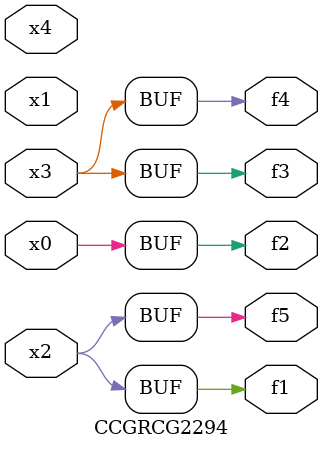
<source format=v>
module CCGRCG2294(
	input x0, x1, x2, x3, x4,
	output f1, f2, f3, f4, f5
);
	assign f1 = x2;
	assign f2 = x0;
	assign f3 = x3;
	assign f4 = x3;
	assign f5 = x2;
endmodule

</source>
